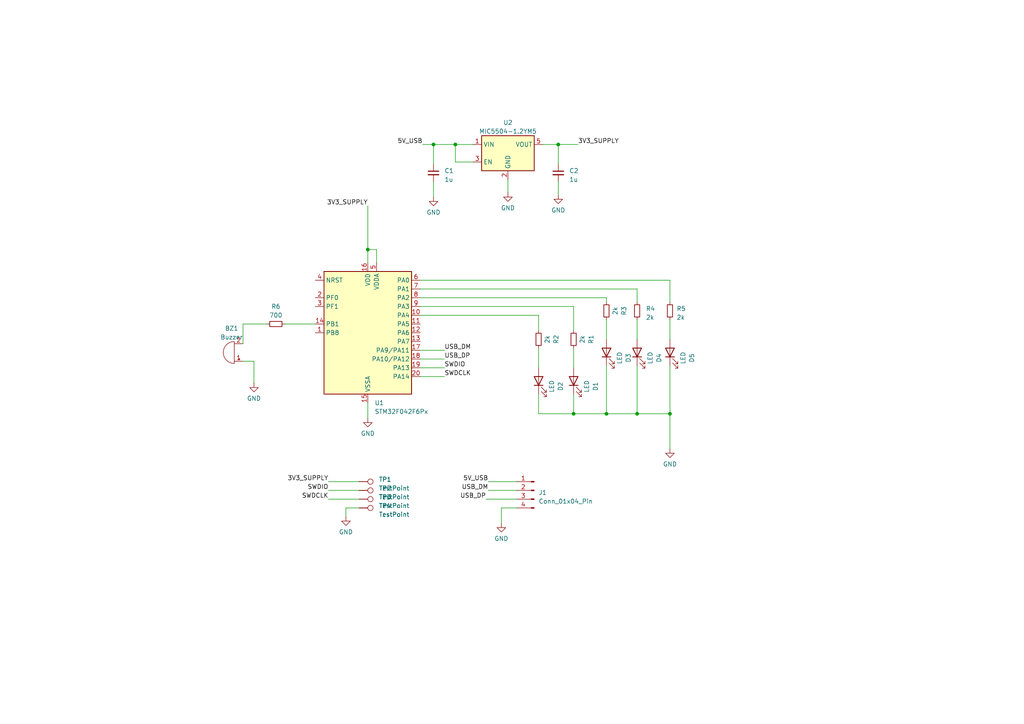
<source format=kicad_sch>
(kicad_sch (version 20230121) (generator eeschema)
  (paper "A4")
  (title_block (title "Business Card") (rev "v0.1") (company "N/A") (comment 1 "Initial version with no fine tuning."))
  (lib_symbols
    (symbol "Connector:Conn_01x04_Pin" (pin_names (offset 1.016) hide)
      (property "Reference" "J" (at 0 5.08 0))
      (property "Value" "Conn_01x04_Pin" (at 0 -7.62 0))
      (symbol "Conn_01x04_Pin_1_1"
        (polyline (pts (xy 1.27 -5.08) (xy 0.8636 -5.08)) (stroke (width 0.1524)))
        (polyline (pts (xy 1.27 -2.54) (xy 0.8636 -2.54)) (stroke (width 0.1524)))
        (polyline (pts (xy 1.27 0) (xy 0.8636 0)) (stroke (width 0.1524)))
        (polyline (pts (xy 1.27 2.54) (xy 0.8636 2.54)) (stroke (width 0.1524)))
        (rectangle (start 0.8636 -4.953) (end 0 -5.207) (stroke (width 0.1524)) (fill (type outline)))
        (rectangle (start 0.8636 -2.413) (end 0 -2.667) (stroke (width 0.1524)) (fill (type outline)))
        (rectangle (start 0.8636 0.127) (end 0 -0.127) (stroke (width 0.1524)) (fill (type outline)))
        (rectangle (start 0.8636 2.667) (end 0 2.413) (stroke (width 0.1524)) (fill (type outline)))
        (pin passive line (at 5.08 2.54 180) (length 3.81) (name "Pin_1") (number "1"))
        (pin passive line (at 5.08 0 180) (length 3.81) (name "Pin_2") (number "2"))
        (pin passive line (at 5.08 -2.54 180) (length 3.81) (name "Pin_3") (number "3"))
        (pin passive line (at 5.08 -5.08 180) (length 3.81) (name "Pin_4") (number "4"))
      )
    )
    (symbol "Connector:TestPoint" (pin_numbers hide) (pin_names (offset 0.762) hide)
      (property "Reference" "TP" (at 0 6.858 0))
      (property "Value" "TestPoint" (at 0 5.08 0))
      (symbol "TestPoint_0_1"
        (circle (center 0 3.302) (radius 0.762))
      )
      (symbol "TestPoint_1_1"
        (pin passive line (at 0 0 90) (length 2.54) (name "1") (number "1"))
      )
    )
    (symbol "Device:Buzzer" (pin_names (offset 0.0254) hide)
      (property "Reference" "BZ" (at 3.81 1.27 0))
      (property "Value" "Buzzer" (at 3.81 -1.27 0))
      (symbol "Buzzer_0_1"
        (arc (start 0 -3.175) (mid 3.1612 0) (end 0 3.175))
        (polyline (pts (xy -1.651 1.905) (xy -1.143 1.905)))
        (polyline (pts (xy -1.397 2.159) (xy -1.397 1.651)))
        (polyline (pts (xy 0 3.175) (xy 0 -3.175)))
      )
      (symbol "Buzzer_1_1"
        (pin passive line (at -2.54 2.54 0) (length 2.54) (name "-") (number "1"))
        (pin passive line (at -2.54 -2.54 0) (length 2.54) (name "+") (number "2"))
      )
    )
    (symbol "Device:C_Small" (pin_numbers hide) (pin_names (offset 0.254) hide)
      (property "Reference" "C" (at 0.254 1.778 0))
      (property "Value" "C_Small" (at 0.254 -2.032 0))
      (symbol "C_Small_0_1"
        (polyline (pts (xy -1.524 -0.508) (xy 1.524 -0.508)) (stroke (width 0.3302)))
        (polyline (pts (xy -1.524 0.508) (xy 1.524 0.508)) (stroke (width 0.3048)))
      )
      (symbol "C_Small_1_1"
        (pin passive line (at 0 2.54 270) (length 2.032) (name "~") (number "1"))
        (pin passive line (at 0 -2.54 90) (length 2.032) (name "~") (number "2"))
      )
    )
    (symbol "Device:LED" (pin_numbers hide) (pin_names (offset 1.016) hide)
      (property "Reference" "D" (at 0 2.54 0))
      (property "Value" "LED" (at 0 -2.54 0))
      (symbol "LED_0_1"
        (polyline (pts (xy -1.27 -1.27) (xy -1.27 1.27)) (stroke (width 0.254)))
        (polyline (pts (xy -1.27 0) (xy 1.27 0)))
        (polyline (pts (xy 1.27 -1.27) (xy 1.27 1.27) (xy -1.27 0) (xy 1.27 -1.27)) (stroke (width 0.254)))
        (polyline (pts (xy -3.048 -0.762) (xy -4.572 -2.286) (xy -3.81 -2.286) (xy -4.572 -2.286) (xy -4.572 -1.524)))
        (polyline (pts (xy -1.778 -0.762) (xy -3.302 -2.286) (xy -2.54 -2.286) (xy -3.302 -2.286) (xy -3.302 -1.524)))
      )
      (symbol "LED_1_1"
        (pin passive line (at -3.81 0 0) (length 2.54) (name "K") (number "1"))
        (pin passive line (at 3.81 0 180) (length 2.54) (name "A") (number "2"))
      )
    )
    (symbol "Device:R_Small" (pin_numbers hide) (pin_names (offset 0.254) hide)
      (property "Reference" "R" (at 0.762 0.508 0))
      (property "Value" "R_Small" (at 0.762 -1.016 0))
      (symbol "R_Small_0_1"
        (rectangle (start -0.762 1.778) (end 0.762 -1.778) (stroke (width 0.2032)))
      )
      (symbol "R_Small_1_1"
        (pin passive line (at 0 2.54 270) (length 0.762) (name "~") (number "1"))
        (pin passive line (at 0 -2.54 90) (length 0.762) (name "~") (number "2"))
      )
    )
    (symbol "MCU_ST_STM32F0:STM32F042F4Px"
      (property "Reference" "U" (at -12.7 19.05 0))
      (property "Value" "STM32F042F4Px" (at 5.08 19.05 0))
      (symbol "STM32F042F4Px_0_1"
        (rectangle (start -12.7 -17.78) (end 12.7 17.78) (stroke (width 0.254)) (fill (type background)))
      )
      (symbol "STM32F042F4Px_1_1"
        (pin bidirectional line (at -15.24 0 0) (length 2.54) (name "PB8") (number "1"))
        (pin bidirectional line (at 15.24 5.08 180) (length 2.54) (name "PA4") (number "10"))
        (pin bidirectional line (at 15.24 2.54 180) (length 2.54) (name "PA5") (number "11"))
        (pin bidirectional line (at 15.24 0 180) (length 2.54) (name "PA6") (number "12"))
        (pin bidirectional line (at 15.24 -2.54 180) (length 2.54) (name "PA7") (number "13"))
        (pin bidirectional line (at -15.24 2.54 0) (length 2.54) (name "PB1") (number "14"))
        (pin power_in line (at 0 -20.32 90) (length 2.54) (name "VSSA") (number "15"))
        (pin power_in line (at 0 20.32 270) (length 2.54) (name "VDD") (number "16"))
        (pin bidirectional line (at 15.24 -5.08 180) (length 2.54) (name "PA9/PA11") (number "17"))
        (pin bidirectional line (at 15.24 -7.62 180) (length 2.54) (name "PA10/PA12") (number "18"))
        (pin bidirectional line (at 15.24 -10.16 180) (length 2.54) (name "PA13") (number "19"))
        (pin bidirectional line (at -15.24 10.16 0) (length 2.54) (name "PF0") (number "2"))
        (pin bidirectional line (at 15.24 -12.7 180) (length 2.54) (name "PA14") (number "20"))
        (pin bidirectional line (at -15.24 7.62 0) (length 2.54) (name "PF1") (number "3"))
        (pin input line (at -15.24 15.24 0) (length 2.54) (name "NRST") (number "4"))
        (pin power_in line (at 2.54 20.32 270) (length 2.54) (name "VDDA") (number "5"))
        (pin bidirectional line (at 15.24 15.24 180) (length 2.54) (name "PA0") (number "6"))
        (pin bidirectional line (at 15.24 12.7 180) (length 2.54) (name "PA1") (number "7"))
        (pin bidirectional line (at 15.24 10.16 180) (length 2.54) (name "PA2") (number "8"))
        (pin bidirectional line (at 15.24 7.62 180) (length 2.54) (name "PA3") (number "9"))
      )
    )
    (symbol "Regulator_Linear:MIC5504-1.2YM5"
      (property "Reference" "U" (at -7.62 8.89 0))
      (property "Value" "MIC5504-1.2YM5" (at -7.62 6.35 0))
      (symbol "MIC5504-1.2YM5_0_1"
        (rectangle (start -7.62 -5.08) (end 7.62 5.08) (stroke (width 0.254)) (fill (type background)))
      )
      (symbol "MIC5504-1.2YM5_1_1"
        (pin power_in line (at -10.16 2.54 0) (length 2.54) (name "VIN") (number "1"))
        (pin power_in line (at 0 -7.62 90) (length 2.54) (name "GND") (number "2"))
        (pin input line (at -10.16 -2.54 0) (length 2.54) (name "EN") (number "3"))
        (pin no_connect line (at 7.62 -2.54 180) (length 2.54) hide (name "NC") (number "4"))
        (pin power_out line (at 10.16 2.54 180) (length 2.54) (name "VOUT") (number "5"))
      )
    )
    (symbol "power:GND" (power) (pin_names (offset 0))
      (property "Value" "GND" (at 0 -3.81 0))
      (symbol "GND_0_1"
        (polyline (pts (xy 0 0) (xy 0 -1.27) (xy 1.27 -1.27) (xy 0 -2.54) (xy -1.27 -1.27) (xy 0 -1.27)))
      )
      (symbol "GND_1_1"
        (pin power_in line (at 0 0 270) (length 0) hide (name "GND") (number "1"))
      )
    )
  )
  (junction (at 106.68 72.39))
  (junction (at 161.925 41.91))
  (junction (at 132.08 41.91))
  (junction (at 184.785 120.015))
  (junction (at 194.31 120.015))
  (junction (at 175.895 120.015))
  (junction (at 166.37 120.015))
  (junction (at 125.73 41.91))
  (wire (pts (xy 121.92 86.36) (xy 175.895 86.36)))
  (wire (pts (xy 157.48 41.91) (xy 161.925 41.91)))
  (wire (pts (xy 156.21 100.965) (xy 156.21 106.68)))
  (wire (pts (xy 175.895 86.36) (xy 175.895 87.63)))
  (wire (pts (xy 100.33 147.32) (xy 104.14 147.32)))
  (wire (pts (xy 194.31 92.71) (xy 194.31 98.425)))
  (wire (pts (xy 166.37 114.3) (xy 166.37 120.015)))
  (wire (pts (xy 121.92 88.9) (xy 166.37 88.9)))
  (wire (pts (xy 166.37 120.015) (xy 175.895 120.015)))
  (wire (pts (xy 109.22 76.2) (xy 109.22 72.39)))
  (wire (pts (xy 109.22 72.39) (xy 106.68 72.39)))
  (wire (pts (xy 121.92 109.22) (xy 128.905 109.22)))
  (wire (pts (xy 161.925 41.91) (xy 161.925 47.625)))
  (wire (pts (xy 106.68 59.69) (xy 106.68 72.39)))
  (wire (pts (xy 147.32 52.07) (xy 147.32 55.88)))
  (wire (pts (xy 166.37 100.965) (xy 166.37 106.68)))
  (wire (pts (xy 95.25 144.78) (xy 104.14 144.78)))
  (wire (pts (xy 132.08 46.99) (xy 132.08 41.91)))
  (wire (pts (xy 106.68 72.39) (xy 106.68 76.2)))
  (wire (pts (xy 140.97 144.78) (xy 149.86 144.78)))
  (wire (pts (xy 184.785 92.71) (xy 184.785 98.425)))
  (wire (pts (xy 125.73 41.91) (xy 125.73 47.625)))
  (wire (pts (xy 145.415 147.32) (xy 145.415 151.765)))
  (wire (pts (xy 77.47 93.98) (xy 70.485 93.98)))
  (wire (pts (xy 73.66 111.125) (xy 73.66 104.775)))
  (wire (pts (xy 184.785 120.015) (xy 194.31 120.015)))
  (wire (pts (xy 73.66 104.775) (xy 70.485 104.775)))
  (wire (pts (xy 194.31 106.045) (xy 194.31 120.015)))
  (wire (pts (xy 121.92 83.82) (xy 184.785 83.82)))
  (wire (pts (xy 125.73 41.91) (xy 132.08 41.91)))
  (wire (pts (xy 175.895 106.045) (xy 175.895 120.015)))
  (wire (pts (xy 175.895 120.015) (xy 184.785 120.015)))
  (wire (pts (xy 70.485 93.98) (xy 70.485 99.695)))
  (wire (pts (xy 166.37 88.9) (xy 166.37 95.885)))
  (wire (pts (xy 121.92 106.68) (xy 128.905 106.68)))
  (wire (pts (xy 184.785 83.82) (xy 184.785 87.63)))
  (wire (pts (xy 121.92 81.28) (xy 194.31 81.28)))
  (wire (pts (xy 122.555 41.91) (xy 125.73 41.91)))
  (wire (pts (xy 121.92 91.44) (xy 156.21 91.44)))
  (wire (pts (xy 141.605 142.24) (xy 149.86 142.24)))
  (wire (pts (xy 161.925 52.705) (xy 161.925 56.515)))
  (wire (pts (xy 194.31 120.015) (xy 194.31 130.175)))
  (wire (pts (xy 121.92 101.6) (xy 128.905 101.6)))
  (wire (pts (xy 194.31 81.28) (xy 194.31 87.63)))
  (wire (pts (xy 145.415 147.32) (xy 149.86 147.32)))
  (wire (pts (xy 161.925 41.91) (xy 167.64 41.91)))
  (wire (pts (xy 156.21 114.3) (xy 156.21 120.015)))
  (wire (pts (xy 156.21 120.015) (xy 166.37 120.015)))
  (wire (pts (xy 156.21 91.44) (xy 156.21 95.885)))
  (wire (pts (xy 132.08 41.91) (xy 137.16 41.91)))
  (wire (pts (xy 184.785 106.045) (xy 184.785 120.015)))
  (wire (pts (xy 82.55 93.98) (xy 91.44 93.98)))
  (wire (pts (xy 175.895 92.71) (xy 175.895 98.425)))
  (wire (pts (xy 95.25 142.24) (xy 104.14 142.24)))
  (wire (pts (xy 137.16 46.99) (xy 132.08 46.99)))
  (wire (pts (xy 125.73 52.705) (xy 125.73 57.15)))
  (wire (pts (xy 121.92 104.14) (xy 128.905 104.14)))
  (wire (pts (xy 95.25 139.7) (xy 104.14 139.7)))
  (wire (pts (xy 141.605 139.7) (xy 149.86 139.7)))
  (wire (pts (xy 100.33 149.86) (xy 100.33 147.32)))
  (wire (pts (xy 106.68 116.84) (xy 106.68 121.285)))
  (label "3V3_SUPPLY" (at 106.68 59.69 180))
  (label "USB_DM" (at 141.605 142.24 180))
  (label "USB_DM" (at 128.905 101.6 0))
  (label "3V3_SUPPLY" (at 95.25 139.7 180))
  (label "SWDCLK" (at 95.25 144.78 180))
  (label "5V_USB" (at 122.555 41.91 180))
  (label "SWDIO" (at 128.905 106.68 0))
  (label "SWDCLK" (at 128.905 109.22 0))
  (label "USB_DP" (at 140.97 144.78 180))
  (label "3V3_SUPPLY" (at 167.64 41.91 0))
  (label "USB_DP" (at 128.905 104.14 0))
  (label "5V_USB" (at 141.605 139.7 180))
  (label "SWDIO" (at 95.25 142.24 180))
  (symbol (lib_id "Regulator_Linear:MIC5504-1.2YM5") (at 147.32 44.45 0) (unit 1)
    (property "Reference" "U2" (at 147.32 35.56 0))
    (property "Value" "MIC5504-1.2YM5" (at 147.32 38.1 0))
    (property "Footprint" "User_Regulator:SOT-23-5" (effects hide))
    (property "Datasheet" "http://ww1.microchip.com/downloads/en/DeviceDoc/MIC550X.pdf" (effects hide))
    (property "Source" "https://www.mouser.com/ProductDetail/Microchip-Technology/MIC5504-3.3YM5-TR?qs=U6T8BxXiZAUmVQ5Zs217qQ%3D%3D" (effects hide))
    (property "Price" "0.25" (effects hide))
  )
  (symbol (lib_id "Device:Buzzer") (at 67.945 102.235 180) (unit 1)
    (property "Reference" "BZ1" (at 67.1899 95.25 0))
    (property "Value" "Buzzer" (at 67.1899 97.79 0))
    (property "Footprint" "User_Buzzer:Buzzer" (effects hide))
    (property "Datasheet" "https://www.mouser.com/datasheet/2/1005/2020112334d97-2325057.pdf" (effects hide))
    (property "Source" "https://www.mouser.com/ProductDetail/AATC/APD-1109-LF?qs=uwxL4vQweFP3stWKjDUYjg%3D%3D" (effects hide))
    (property "Price" "2.11" (effects hide))
  )
  (symbol (lib_id "power:GND") (at 125.73 57.15 0) (unit 1)
    (property "Reference" "#PWR08" (effects hide))
    (property "Value" "GND" (at 125.73 61.595 0))
  )
  (symbol (lib_id "Device:R_Small") (at 194.31 90.17 0) (unit 1)
    (property "Reference" "R5" (at 196.215 89.535 0) (effects (justify left)))
    (property "Value" "2k" (at 196.215 92.075 0) (effects (justify left)))
    (property "Footprint" "User_0805:C_0805_2012Metric" (effects hide))
  )
  (symbol (lib_id "MCU_ST_STM32F0:STM32F042F4Px") (at 106.68 96.52 0) (unit 1)
    (property "Reference" "U1" (at 108.6359 116.84 0) (effects (justify left)))
    (property "Value" "STM32F042F6Px" (at 108.6359 119.38 0) (effects (justify left)))
    (property "Footprint" "User_uC:Reverse TSSOP-20_4.4x6.5mm_P0.65mm" (effects hide))
    (property "Datasheet" "https://www.st.com/resource/en/datasheet/stm32f042f6.pdf" (effects hide))
    (property "Source" "https://www.mouser.com/ProductDetail/STMicroelectronics/STM32F042F4P6?qs=4b8myOmUP%252BvvhAaQx2eFdg%3D%3D" (effects hide))
    (property "Price" "3.2" (effects hide))
  )
  (symbol (lib_id "Device:C_Small") (at 161.925 50.165 0) (unit 1)
    (property "Reference" "C2" (at 165.1 49.5363 0) (effects (justify left)))
    (property "Value" "1u" (at 165.1 52.0763 0) (effects (justify left)))
    (property "Footprint" "User_0805:C_0805_2012Metric" (effects hide))
    (property "Source" "https://www.mouser.com/ProductDetail/Samsung-Electro-Mechanics/CL21B105KOFNFNE?qs=sGAEpiMZZMsh%252B1woXyUXj5ND545PPyUhMzGq7HWiq0o%3D" (effects hide))
    (property "Price" "0.065" (effects hide))
  )
  (symbol (lib_id "Device:LED") (at 184.785 102.235 90) (unit 1)
    (property "Reference" "D4" (at 191.135 103.8225 0))
    (property "Value" "LED" (at 188.595 103.8225 0))
    (property "Footprint" "User_0805:C_0805_2012Metric" (effects hide))
  )
  (symbol (lib_id "Device:R_Small") (at 166.37 98.425 0) (unit 1)
    (property "Reference" "R1" (at 171.45 98.425 90))
    (property "Value" "2k" (at 168.91 98.425 90))
    (property "Footprint" "User_0805:C_0805_2012Metric" (effects hide))
  )
  (symbol (lib_id "Connector:TestPoint") (at 104.14 142.24 270) (unit 1)
    (property "Reference" "TP2" (at 109.855 141.605 90) (effects (justify left)))
    (property "Value" "TestPoint" (at 109.855 144.145 90) (effects (justify left)))
    (property "Footprint" "TestPoint:TestPoint_Pad_D1.0mm" (effects hide))
  )
  (symbol (lib_id "Device:R_Small") (at 184.785 90.17 0) (unit 1)
    (property "Reference" "R4" (at 187.325 89.535 0) (effects (justify left)))
    (property "Value" "2k" (at 187.325 92.075 0) (effects (justify left)))
    (property "Footprint" "User_0805:C_0805_2012Metric" (effects hide))
  )
  (symbol (lib_id "power:GND") (at 73.66 111.125 0) (unit 1)
    (property "Reference" "#PWR04" (effects hide))
    (property "Value" "GND" (at 73.66 115.57 0))
  )
  (symbol (lib_id "Device:C_Small") (at 125.73 50.165 0) (unit 1)
    (property "Reference" "C1" (at 128.905 49.5363 0) (effects (justify left)))
    (property "Value" "1u" (at 128.905 52.0763 0) (effects (justify left)))
    (property "Footprint" "User_0805:C_0805_2012Metric" (effects hide))
    (property "Source" "https://www.mouser.com/ProductDetail/Samsung-Electro-Mechanics/CL21B105KOFNFNE?qs=sGAEpiMZZMsh%252B1woXyUXj5ND545PPyUhMzGq7HWiq0o%3D" (effects hide))
    (property "Price" "0.065" (effects hide))
  )
  (symbol (lib_id "Connector:TestPoint") (at 104.14 139.7 270) (unit 1)
    (property "Reference" "TP1" (at 109.855 139.065 90) (effects (justify left)))
    (property "Value" "TestPoint" (at 109.855 141.605 90) (effects (justify left)))
    (property "Footprint" "TestPoint:TestPoint_Pad_D1.0mm" (effects hide))
  )
  (symbol (lib_id "Device:R_Small") (at 175.895 90.17 0) (unit 1)
    (property "Reference" "R3" (at 180.975 90.17 90))
    (property "Value" "2k" (at 178.435 90.17 90))
    (property "Footprint" "User_0805:C_0805_2012Metric" (effects hide))
  )
  (symbol (lib_id "power:GND") (at 147.32 55.88 0) (unit 1)
    (property "Reference" "#PWR06" (effects hide))
    (property "Value" "GND" (at 147.32 60.325 0))
  )
  (symbol (lib_id "Connector:TestPoint") (at 104.14 144.78 270) (unit 1)
    (property "Reference" "TP3" (at 109.855 144.145 90) (effects (justify left)))
    (property "Value" "TestPoint" (at 109.855 146.685 90) (effects (justify left)))
    (property "Footprint" "TestPoint:TestPoint_Pad_D1.0mm" (effects hide))
  )
  (symbol (lib_id "Device:LED") (at 194.31 102.235 90) (unit 1)
    (property "Reference" "D5" (at 200.66 103.8225 0))
    (property "Value" "LED" (at 198.12 103.8225 0))
    (property "Footprint" "User_0805:C_0805_2012Metric" (effects hide))
  )
  (symbol (lib_id "Device:LED") (at 156.21 110.49 90) (unit 1)
    (property "Reference" "D2" (at 162.56 112.0775 0))
    (property "Value" "LED" (at 160.02 112.0775 0))
    (property "Footprint" "User_0805:C_0805_2012Metric" (effects hide))
  )
  (symbol (lib_id "power:GND") (at 161.925 56.515 0) (unit 1)
    (property "Reference" "#PWR07" (effects hide))
    (property "Value" "GND" (at 161.925 60.96 0))
  )
  (symbol (lib_id "Device:LED") (at 166.37 110.49 90) (unit 1)
    (property "Reference" "D1" (at 172.72 112.0775 0))
    (property "Value" "LED" (at 170.18 112.0775 0))
    (property "Footprint" "User_0805:C_0805_2012Metric" (effects hide))
  )
  (symbol (lib_id "power:GND") (at 100.33 149.86 0) (unit 1)
    (property "Reference" "#PWR05" (effects hide))
    (property "Value" "GND" (at 100.33 154.305 0))
  )
  (symbol (lib_id "Device:LED") (at 175.895 102.235 90) (unit 1)
    (property "Reference" "D3" (at 182.245 103.8225 0))
    (property "Value" "LED" (at 179.705 103.8225 0))
    (property "Footprint" "User_0805:C_0805_2012Metric" (effects hide))
  )
  (symbol (lib_id "Connector:Conn_01x04_Pin") (at 154.94 142.24 0) (mirror y) (unit 1)
    (property "Reference" "J1" (at 156.21 142.875 0) (effects (justify right)))
    (property "Value" "Conn_01x04_Pin" (at 156.21 145.415 0) (effects (justify right)))
    (property "Footprint" "User_PCB_Connector:USB_Conn" (effects hide))
  )
  (symbol (lib_id "power:GND") (at 194.31 130.175 0) (unit 1)
    (property "Reference" "#PWR01" (effects hide))
    (property "Value" "GND" (at 194.31 134.62 0))
  )
  (symbol (lib_id "power:GND") (at 145.415 151.765 0) (unit 1)
    (property "Reference" "#PWR03" (effects hide))
    (property "Value" "GND" (at 145.415 156.21 0))
  )
  (symbol (lib_id "power:GND") (at 106.68 121.285 0) (unit 1)
    (property "Reference" "#PWR02" (effects hide))
    (property "Value" "GND" (at 106.68 125.73 0))
  )
  (symbol (lib_id "Device:R_Small") (at 80.01 93.98 90) (unit 1)
    (property "Reference" "R6" (at 80.01 88.9 90))
    (property "Value" "700" (at 80.01 91.44 90))
    (property "Footprint" "User_0805:C_0805_2012Metric" (effects hide))
  )
  (symbol (lib_id "Device:R_Small") (at 156.21 98.425 0) (unit 1)
    (property "Reference" "R2" (at 161.29 98.425 90))
    (property "Value" "2k" (at 158.75 98.425 90))
    (property "Footprint" "User_0805:C_0805_2012Metric" (effects hide))
  )
  (symbol (lib_id "Connector:TestPoint") (at 104.14 147.32 270) (unit 1)
    (property "Reference" "TP4" (at 109.855 146.685 90) (effects (justify left)))
    (property "Value" "TestPoint" (at 109.855 149.225 90) (effects (justify left)))
    (property "Footprint" "TestPoint:TestPoint_Pad_D1.0mm" (effects hide))
  )
)
</source>
